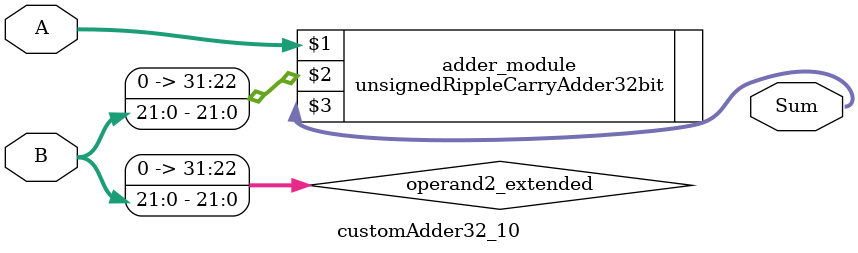
<source format=v>

module customAdder32_10(
                    input [31 : 0] A,
                    input [21 : 0] B,
                    
                    output [32 : 0] Sum
            );

    wire [31 : 0] operand2_extended;
    
    assign operand2_extended =  {10'b0, B};
    
    unsignedRippleCarryAdder32bit adder_module(
        A,
        operand2_extended,
        Sum
    );
    
endmodule
        
</source>
